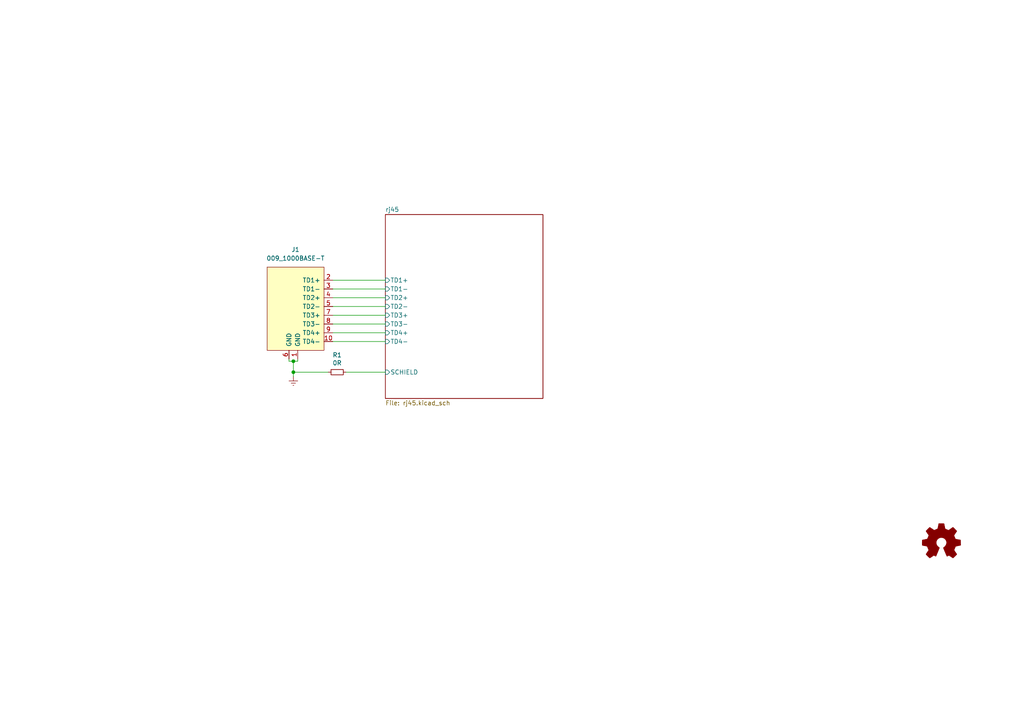
<source format=kicad_sch>
(kicad_sch (version 20211123) (generator eeschema)

  (uuid 57732dd3-1162-4c3f-88bd-31bf473d124d)

  (paper "A4")

  (lib_symbols
    (symbol "Device:R_Small" (pin_numbers hide) (pin_names (offset 0.254) hide) (in_bom yes) (on_board yes)
      (property "Reference" "R" (id 0) (at 0.762 0.508 0)
        (effects (font (size 1.27 1.27)) (justify left))
      )
      (property "Value" "R_Small" (id 1) (at 0.762 -1.016 0)
        (effects (font (size 1.27 1.27)) (justify left))
      )
      (property "Footprint" "" (id 2) (at 0 0 0)
        (effects (font (size 1.27 1.27)) hide)
      )
      (property "Datasheet" "~" (id 3) (at 0 0 0)
        (effects (font (size 1.27 1.27)) hide)
      )
      (property "ki_keywords" "R resistor" (id 4) (at 0 0 0)
        (effects (font (size 1.27 1.27)) hide)
      )
      (property "ki_description" "Resistor, small symbol" (id 5) (at 0 0 0)
        (effects (font (size 1.27 1.27)) hide)
      )
      (property "ki_fp_filters" "R_*" (id 6) (at 0 0 0)
        (effects (font (size 1.27 1.27)) hide)
      )
      (symbol "R_Small_0_1"
        (rectangle (start -0.762 1.778) (end 0.762 -1.778)
          (stroke (width 0.2032) (type default) (color 0 0 0 0))
          (fill (type none))
        )
      )
      (symbol "R_Small_1_1"
        (pin passive line (at 0 2.54 270) (length 0.762)
          (name "~" (effects (font (size 1.27 1.27))))
          (number "1" (effects (font (size 1.27 1.27))))
        )
        (pin passive line (at 0 -2.54 90) (length 0.762)
          (name "~" (effects (font (size 1.27 1.27))))
          (number "2" (effects (font (size 1.27 1.27))))
        )
      )
    )
    (symbol "Graphic:Logo_Open_Hardware_Small" (pin_names (offset 1.016)) (in_bom yes) (on_board yes)
      (property "Reference" "#LOGO" (id 0) (at 0 6.985 0)
        (effects (font (size 1.27 1.27)) hide)
      )
      (property "Value" "Logo_Open_Hardware_Small" (id 1) (at 0 -5.715 0)
        (effects (font (size 1.27 1.27)) hide)
      )
      (property "Footprint" "" (id 2) (at 0 0 0)
        (effects (font (size 1.27 1.27)) hide)
      )
      (property "Datasheet" "~" (id 3) (at 0 0 0)
        (effects (font (size 1.27 1.27)) hide)
      )
      (property "ki_keywords" "Logo" (id 4) (at 0 0 0)
        (effects (font (size 1.27 1.27)) hide)
      )
      (property "ki_description" "Open Hardware logo, small" (id 5) (at 0 0 0)
        (effects (font (size 1.27 1.27)) hide)
      )
      (symbol "Logo_Open_Hardware_Small_0_1"
        (polyline
          (pts
            (xy 3.3528 -4.3434)
            (xy 3.302 -4.318)
            (xy 3.175 -4.2418)
            (xy 2.9972 -4.1148)
            (xy 2.7686 -3.9624)
            (xy 2.54 -3.81)
            (xy 2.3622 -3.7084)
            (xy 2.2352 -3.6068)
            (xy 2.1844 -3.5814)
            (xy 2.159 -3.6068)
            (xy 2.0574 -3.6576)
            (xy 1.905 -3.7338)
            (xy 1.8034 -3.7846)
            (xy 1.6764 -3.8354)
            (xy 1.6002 -3.8354)
            (xy 1.6002 -3.8354)
            (xy 1.5494 -3.7338)
            (xy 1.4732 -3.5306)
            (xy 1.3462 -3.302)
            (xy 1.2446 -3.0226)
            (xy 1.1176 -2.7178)
            (xy 0.9652 -2.413)
            (xy 0.8636 -2.1082)
            (xy 0.7366 -1.8288)
            (xy 0.6604 -1.6256)
            (xy 0.6096 -1.4732)
            (xy 0.5842 -1.397)
            (xy 0.5842 -1.397)
            (xy 0.6604 -1.3208)
            (xy 0.7874 -1.2446)
            (xy 1.0414 -1.016)
            (xy 1.2954 -0.6858)
            (xy 1.4478 -0.3302)
            (xy 1.524 0.0762)
            (xy 1.4732 0.4572)
            (xy 1.3208 0.8128)
            (xy 1.0668 1.143)
            (xy 0.762 1.3716)
            (xy 0.4064 1.524)
            (xy 0 1.5748)
            (xy -0.381 1.5494)
            (xy -0.7366 1.397)
            (xy -1.0668 1.143)
            (xy -1.2192 0.9906)
            (xy -1.397 0.6604)
            (xy -1.524 0.3048)
            (xy -1.524 0.2286)
            (xy -1.4986 -0.1778)
            (xy -1.397 -0.5334)
            (xy -1.1938 -0.8636)
            (xy -0.9144 -1.143)
            (xy -0.8636 -1.1684)
            (xy -0.7366 -1.27)
            (xy -0.635 -1.3462)
            (xy -0.5842 -1.397)
            (xy -1.0668 -2.5908)
            (xy -1.143 -2.794)
            (xy -1.2954 -3.1242)
            (xy -1.397 -3.4036)
            (xy -1.4986 -3.6322)
            (xy -1.5748 -3.7846)
            (xy -1.6002 -3.8354)
            (xy -1.6002 -3.8354)
            (xy -1.651 -3.8354)
            (xy -1.7272 -3.81)
            (xy -1.905 -3.7338)
            (xy -2.0066 -3.683)
            (xy -2.1336 -3.6068)
            (xy -2.2098 -3.5814)
            (xy -2.2606 -3.6068)
            (xy -2.3622 -3.683)
            (xy -2.54 -3.81)
            (xy -2.7686 -3.9624)
            (xy -2.9718 -4.0894)
            (xy -3.1496 -4.2164)
            (xy -3.302 -4.318)
            (xy -3.3528 -4.3434)
            (xy -3.3782 -4.3434)
            (xy -3.429 -4.318)
            (xy -3.5306 -4.2164)
            (xy -3.7084 -4.064)
            (xy -3.937 -3.8354)
            (xy -3.9624 -3.81)
            (xy -4.1656 -3.6068)
            (xy -4.318 -3.4544)
            (xy -4.4196 -3.3274)
            (xy -4.445 -3.2766)
            (xy -4.445 -3.2766)
            (xy -4.4196 -3.2258)
            (xy -4.318 -3.0734)
            (xy -4.2164 -2.8956)
            (xy -4.064 -2.667)
            (xy -3.6576 -2.0828)
            (xy -3.8862 -1.5494)
            (xy -3.937 -1.3716)
            (xy -4.0386 -1.1684)
            (xy -4.0894 -1.0414)
            (xy -4.1148 -0.9652)
            (xy -4.191 -0.9398)
            (xy -4.318 -0.9144)
            (xy -4.5466 -0.8636)
            (xy -4.8006 -0.8128)
            (xy -5.0546 -0.7874)
            (xy -5.2578 -0.7366)
            (xy -5.4356 -0.7112)
            (xy -5.5118 -0.6858)
            (xy -5.5118 -0.6858)
            (xy -5.5372 -0.635)
            (xy -5.5372 -0.5588)
            (xy -5.5372 -0.4318)
            (xy -5.5626 -0.2286)
            (xy -5.5626 0.0762)
            (xy -5.5626 0.127)
            (xy -5.5372 0.4064)
            (xy -5.5372 0.635)
            (xy -5.5372 0.762)
            (xy -5.5372 0.8382)
            (xy -5.5372 0.8382)
            (xy -5.461 0.8382)
            (xy -5.3086 0.889)
            (xy -5.08 0.9144)
            (xy -4.826 0.9652)
            (xy -4.8006 0.9906)
            (xy -4.5466 1.0414)
            (xy -4.318 1.0668)
            (xy -4.1656 1.1176)
            (xy -4.0894 1.143)
            (xy -4.0894 1.143)
            (xy -4.0386 1.2446)
            (xy -3.9624 1.4224)
            (xy -3.8608 1.6256)
            (xy -3.7846 1.8288)
            (xy -3.7084 2.0066)
            (xy -3.6576 2.159)
            (xy -3.6322 2.2098)
            (xy -3.6322 2.2098)
            (xy -3.683 2.286)
            (xy -3.7592 2.413)
            (xy -3.8862 2.5908)
            (xy -4.064 2.8194)
            (xy -4.064 2.8448)
            (xy -4.2164 3.0734)
            (xy -4.3434 3.2512)
            (xy -4.4196 3.3782)
            (xy -4.445 3.4544)
            (xy -4.445 3.4544)
            (xy -4.3942 3.5052)
            (xy -4.2926 3.6322)
            (xy -4.1148 3.81)
            (xy -3.937 4.0132)
            (xy -3.8608 4.064)
            (xy -3.6576 4.2926)
            (xy -3.5052 4.4196)
            (xy -3.4036 4.4958)
            (xy -3.3528 4.5212)
            (xy -3.3528 4.5212)
            (xy -3.302 4.4704)
            (xy -3.1496 4.3688)
            (xy -2.9718 4.2418)
            (xy -2.7432 4.0894)
            (xy -2.7178 4.0894)
            (xy -2.4892 3.937)
            (xy -2.3114 3.81)
            (xy -2.1844 3.7084)
            (xy -2.1336 3.683)
            (xy -2.1082 3.683)
            (xy -2.032 3.7084)
            (xy -1.8542 3.7592)
            (xy -1.6764 3.8354)
            (xy -1.4732 3.937)
            (xy -1.27 4.0132)
            (xy -1.143 4.064)
            (xy -1.0668 4.1148)
            (xy -1.0668 4.1148)
            (xy -1.0414 4.191)
            (xy -1.016 4.3434)
            (xy -0.9652 4.572)
            (xy -0.9144 4.8514)
            (xy -0.889 4.9022)
            (xy -0.8382 5.1562)
            (xy -0.8128 5.3848)
            (xy -0.7874 5.5372)
            (xy -0.762 5.588)
            (xy -0.7112 5.6134)
            (xy -0.5842 5.6134)
            (xy -0.4064 5.6134)
            (xy -0.1524 5.6134)
            (xy 0.0762 5.6134)
            (xy 0.3302 5.6134)
            (xy 0.5334 5.6134)
            (xy 0.6858 5.588)
            (xy 0.7366 5.588)
            (xy 0.7366 5.588)
            (xy 0.762 5.5118)
            (xy 0.8128 5.334)
            (xy 0.8382 5.1054)
            (xy 0.9144 4.826)
            (xy 0.9144 4.7752)
            (xy 0.9652 4.5212)
            (xy 1.016 4.2926)
            (xy 1.0414 4.1402)
            (xy 1.0668 4.0894)
            (xy 1.0668 4.0894)
            (xy 1.1938 4.0386)
            (xy 1.3716 3.9624)
            (xy 1.5748 3.8608)
            (xy 2.0828 3.6576)
            (xy 2.7178 4.0894)
            (xy 2.7686 4.1402)
            (xy 2.9972 4.2926)
            (xy 3.175 4.4196)
            (xy 3.302 4.4958)
            (xy 3.3782 4.5212)
            (xy 3.3782 4.5212)
            (xy 3.429 4.4704)
            (xy 3.556 4.3434)
            (xy 3.7338 4.191)
            (xy 3.9116 3.9878)
            (xy 4.064 3.8354)
            (xy 4.2418 3.6576)
            (xy 4.3434 3.556)
            (xy 4.4196 3.4798)
            (xy 4.4196 3.429)
            (xy 4.4196 3.4036)
            (xy 4.3942 3.3274)
            (xy 4.2926 3.2004)
            (xy 4.1656 2.9972)
            (xy 4.0132 2.794)
            (xy 3.8862 2.5908)
            (xy 3.7592 2.3876)
            (xy 3.6576 2.2352)
            (xy 3.6322 2.159)
            (xy 3.6322 2.1336)
            (xy 3.683 2.0066)
            (xy 3.7592 1.8288)
            (xy 3.8608 1.6002)
            (xy 4.064 1.1176)
            (xy 4.3942 1.0414)
            (xy 4.5974 1.016)
            (xy 4.8768 0.9652)
            (xy 5.1308 0.9144)
            (xy 5.5372 0.8382)
            (xy 5.5626 -0.6604)
            (xy 5.4864 -0.6858)
            (xy 5.4356 -0.6858)
            (xy 5.2832 -0.7366)
            (xy 5.0546 -0.762)
            (xy 4.8006 -0.8128)
            (xy 4.5974 -0.8636)
            (xy 4.3688 -0.9144)
            (xy 4.2164 -0.9398)
            (xy 4.1402 -0.9398)
            (xy 4.1148 -0.9652)
            (xy 4.064 -1.0668)
            (xy 3.9878 -1.2446)
            (xy 3.9116 -1.4478)
            (xy 3.81 -1.651)
            (xy 3.7338 -1.8542)
            (xy 3.683 -2.0066)
            (xy 3.6576 -2.0828)
            (xy 3.683 -2.1336)
            (xy 3.7846 -2.2606)
            (xy 3.8862 -2.4638)
            (xy 4.0386 -2.667)
            (xy 4.191 -2.8956)
            (xy 4.318 -3.0734)
            (xy 4.3942 -3.2004)
            (xy 4.445 -3.2766)
            (xy 4.4196 -3.3274)
            (xy 4.3434 -3.429)
            (xy 4.1656 -3.5814)
            (xy 3.937 -3.8354)
            (xy 3.8862 -3.8608)
            (xy 3.683 -4.064)
            (xy 3.5306 -4.2164)
            (xy 3.4036 -4.318)
            (xy 3.3528 -4.3434)
          )
          (stroke (width 0) (type default) (color 0 0 0 0))
          (fill (type outline))
        )
      )
    )
    (symbol "power:Earth" (power) (pin_names (offset 0)) (in_bom yes) (on_board yes)
      (property "Reference" "#PWR" (id 0) (at 0 -6.35 0)
        (effects (font (size 1.27 1.27)) hide)
      )
      (property "Value" "Earth" (id 1) (at 0 -3.81 0)
        (effects (font (size 1.27 1.27)) hide)
      )
      (property "Footprint" "" (id 2) (at 0 0 0)
        (effects (font (size 1.27 1.27)) hide)
      )
      (property "Datasheet" "~" (id 3) (at 0 0 0)
        (effects (font (size 1.27 1.27)) hide)
      )
      (property "ki_keywords" "power-flag ground gnd" (id 4) (at 0 0 0)
        (effects (font (size 1.27 1.27)) hide)
      )
      (property "ki_description" "Power symbol creates a global label with name \"Earth\"" (id 5) (at 0 0 0)
        (effects (font (size 1.27 1.27)) hide)
      )
      (symbol "Earth_0_1"
        (polyline
          (pts
            (xy -0.635 -1.905)
            (xy 0.635 -1.905)
          )
          (stroke (width 0) (type default) (color 0 0 0 0))
          (fill (type none))
        )
        (polyline
          (pts
            (xy -0.127 -2.54)
            (xy 0.127 -2.54)
          )
          (stroke (width 0) (type default) (color 0 0 0 0))
          (fill (type none))
        )
        (polyline
          (pts
            (xy 0 -1.27)
            (xy 0 0)
          )
          (stroke (width 0) (type default) (color 0 0 0 0))
          (fill (type none))
        )
        (polyline
          (pts
            (xy 1.27 -1.27)
            (xy -1.27 -1.27)
          )
          (stroke (width 0) (type default) (color 0 0 0 0))
          (fill (type none))
        )
      )
      (symbol "Earth_1_1"
        (pin power_in line (at 0 0 270) (length 0) hide
          (name "Earth" (effects (font (size 1.27 1.27))))
          (number "1" (effects (font (size 1.27 1.27))))
        )
      )
    )
    (symbol "put_on_edge:009_1000BASE-T" (pin_names (offset 1.016)) (in_bom yes) (on_board yes)
      (property "Reference" "J" (id 0) (at -2.54 13.97 0)
        (effects (font (size 1.27 1.27)))
      )
      (property "Value" "009_1000BASE-T" (id 1) (at 8.89 13.97 0)
        (effects (font (size 1.27 1.27)))
      )
      (property "Footprint" "" (id 2) (at 7.62 16.51 0)
        (effects (font (size 1.27 1.27)) hide)
      )
      (property "Datasheet" "" (id 3) (at 7.62 16.51 0)
        (effects (font (size 1.27 1.27)) hide)
      )
      (symbol "009_1000BASE-T_0_1"
        (rectangle (start -8.89 12.7) (end 7.62 -11.43)
          (stroke (width 0) (type default) (color 0 0 0 0))
          (fill (type background))
        )
      )
      (symbol "009_1000BASE-T_1_1"
        (pin power_in line (at -1.27 -13.97 90) (length 2.54)
          (name "GND" (effects (font (size 1.27 1.27))))
          (number "1" (effects (font (size 1.27 1.27))))
        )
        (pin bidirectional line (at -11.43 -8.89 0) (length 2.54)
          (name "TD4-" (effects (font (size 1.27 1.27))))
          (number "10" (effects (font (size 1.27 1.27))))
        )
        (pin bidirectional line (at -11.43 8.89 0) (length 2.54)
          (name "TD1+" (effects (font (size 1.27 1.27))))
          (number "2" (effects (font (size 1.27 1.27))))
        )
        (pin bidirectional line (at -11.43 6.35 0) (length 2.54)
          (name "TD1-" (effects (font (size 1.27 1.27))))
          (number "3" (effects (font (size 1.27 1.27))))
        )
        (pin bidirectional line (at -11.43 3.81 0) (length 2.54)
          (name "TD2+" (effects (font (size 1.27 1.27))))
          (number "4" (effects (font (size 1.27 1.27))))
        )
        (pin bidirectional line (at -11.43 1.27 0) (length 2.54)
          (name "TD2-" (effects (font (size 1.27 1.27))))
          (number "5" (effects (font (size 1.27 1.27))))
        )
        (pin power_in line (at 1.27 -13.97 90) (length 2.54)
          (name "GND" (effects (font (size 1.27 1.27))))
          (number "6" (effects (font (size 1.27 1.27))))
        )
        (pin bidirectional line (at -11.43 -1.27 0) (length 2.54)
          (name "TD3+" (effects (font (size 1.27 1.27))))
          (number "7" (effects (font (size 1.27 1.27))))
        )
        (pin bidirectional line (at -11.43 -3.81 0) (length 2.54)
          (name "TD3-" (effects (font (size 1.27 1.27))))
          (number "8" (effects (font (size 1.27 1.27))))
        )
        (pin bidirectional line (at -11.43 -6.35 0) (length 2.54)
          (name "TD4+" (effects (font (size 1.27 1.27))))
          (number "9" (effects (font (size 1.27 1.27))))
        )
      )
    )
  )

  (junction (at 85.09 104.775) (diameter 0) (color 0 0 0 0)
    (uuid 64f781ff-1d75-4b2f-83d6-499ceaf913f3)
  )
  (junction (at 85.09 107.95) (diameter 0) (color 0 0 0 0)
    (uuid eb0baf1b-a42b-4de9-bf57-dd54103a5b16)
  )

  (wire (pts (xy 96.52 83.82) (xy 111.76 83.82))
    (stroke (width 0) (type default) (color 0 0 0 0))
    (uuid 03f4eb14-2721-43fa-b47d-83c10e61f896)
  )
  (wire (pts (xy 85.09 104.775) (xy 86.36 104.775))
    (stroke (width 0) (type default) (color 0 0 0 0))
    (uuid 0922dc6b-b47b-4d6e-a09d-96bc14af1764)
  )
  (wire (pts (xy 96.52 93.98) (xy 111.76 93.98))
    (stroke (width 0) (type default) (color 0 0 0 0))
    (uuid 0f38b476-f1b9-438c-ab0b-eac5f83a7c52)
  )
  (wire (pts (xy 83.82 104.14) (xy 83.82 104.775))
    (stroke (width 0) (type default) (color 0 0 0 0))
    (uuid 105c0ca5-8dea-47a9-9509-aabeb3ac860e)
  )
  (wire (pts (xy 100.33 107.95) (xy 111.76 107.95))
    (stroke (width 0) (type default) (color 0 0 0 0))
    (uuid 13ac2d6e-719c-46e4-ac16-16218ea17697)
  )
  (wire (pts (xy 86.36 104.775) (xy 86.36 104.14))
    (stroke (width 0) (type default) (color 0 0 0 0))
    (uuid 175c010f-220c-4ad7-aea5-6cfea8060bc1)
  )
  (wire (pts (xy 96.52 99.06) (xy 111.76 99.06))
    (stroke (width 0) (type default) (color 0 0 0 0))
    (uuid 49e0b388-073d-456b-9655-9754de1907d7)
  )
  (wire (pts (xy 96.52 86.36) (xy 111.76 86.36))
    (stroke (width 0) (type default) (color 0 0 0 0))
    (uuid 4b29602c-0d26-475d-807f-2492e0181a6b)
  )
  (wire (pts (xy 83.82 104.775) (xy 85.09 104.775))
    (stroke (width 0) (type default) (color 0 0 0 0))
    (uuid 61544e03-6e5b-448f-b907-7648cb7dd4bc)
  )
  (wire (pts (xy 96.52 91.44) (xy 111.76 91.44))
    (stroke (width 0) (type default) (color 0 0 0 0))
    (uuid 7e24d796-1c5b-46a1-b8f7-bd76d1281229)
  )
  (wire (pts (xy 85.09 109.22) (xy 85.09 107.95))
    (stroke (width 0) (type default) (color 0 0 0 0))
    (uuid 9ee18d24-1244-433e-9c1f-8f1468ba2567)
  )
  (wire (pts (xy 96.52 96.52) (xy 111.76 96.52))
    (stroke (width 0) (type default) (color 0 0 0 0))
    (uuid bafa2141-40ab-419f-968d-8b0089c96cef)
  )
  (wire (pts (xy 85.09 107.95) (xy 95.25 107.95))
    (stroke (width 0) (type default) (color 0 0 0 0))
    (uuid dba8ceca-7560-4040-9102-0ed8806958ae)
  )
  (wire (pts (xy 96.52 88.9) (xy 111.76 88.9))
    (stroke (width 0) (type default) (color 0 0 0 0))
    (uuid f205c139-5921-4045-af47-e2cf372bf7b7)
  )
  (wire (pts (xy 96.52 81.28) (xy 111.76 81.28))
    (stroke (width 0) (type default) (color 0 0 0 0))
    (uuid f3859013-cbef-4942-982c-796f4ae2b7f7)
  )
  (wire (pts (xy 85.09 107.95) (xy 85.09 104.775))
    (stroke (width 0) (type default) (color 0 0 0 0))
    (uuid f7428ff2-c6e5-4d03-9458-ec34698b79af)
  )

  (symbol (lib_id "put_on_edge:009_1000BASE-T") (at 85.09 90.17 0) (mirror y) (unit 1)
    (in_bom yes) (on_board yes) (fields_autoplaced)
    (uuid 32a88e68-75fd-45a8-8ae7-e79098a66cab)
    (property "Reference" "J1" (id 0) (at 85.725 72.39 0))
    (property "Value" "009_1000BASE-T" (id 1) (at 85.725 74.93 0))
    (property "Footprint" "on_edge:on_edge_2x05_device" (id 2) (at 77.47 73.66 0)
      (effects (font (size 1.27 1.27)) hide)
    )
    (property "Datasheet" "" (id 3) (at 77.47 73.66 0)
      (effects (font (size 1.27 1.27)) hide)
    )
    (pin "1" (uuid d03d3922-1346-44df-a68c-4e6461c63834))
    (pin "10" (uuid b29e9813-3845-4cdc-ad66-cd8428db9d05))
    (pin "2" (uuid 816e9737-93b4-40a1-94e9-648191ffd73c))
    (pin "3" (uuid 31814fe7-39b0-45f9-9c70-23e9f7d800e2))
    (pin "4" (uuid daecfa4c-b5cc-49e4-b187-461f29367494))
    (pin "5" (uuid 1912354d-d971-4cac-a957-edf119d8162d))
    (pin "6" (uuid e966ff05-9683-4497-ab1d-f44b6212c7b7))
    (pin "7" (uuid e52136ed-e340-4c33-a562-964746f6a1dd))
    (pin "8" (uuid 91051f75-43a4-4bb8-bc75-f8215f8f17d7))
    (pin "9" (uuid 28f85342-a736-463d-a618-38f031314881))
  )

  (symbol (lib_id "Device:R_Small") (at 97.79 107.95 270) (unit 1)
    (in_bom yes) (on_board yes)
    (uuid 45d557d0-55c0-4c2d-b60b-202523ab9de1)
    (property "Reference" "R1" (id 0) (at 97.79 102.9716 90))
    (property "Value" "0R" (id 1) (at 97.79 105.283 90))
    (property "Footprint" "Resistor_SMD:R_0603_1608Metric" (id 2) (at 97.79 107.95 0)
      (effects (font (size 1.27 1.27)) hide)
    )
    (property "Datasheet" "~" (id 3) (at 97.79 107.95 0)
      (effects (font (size 1.27 1.27)) hide)
    )
    (pin "1" (uuid 2a4ff646-f25c-49e1-829a-b374c0db8652))
    (pin "2" (uuid 3c02b517-d614-406d-b40d-1c3f0f964813))
  )

  (symbol (lib_id "power:Earth") (at 85.09 109.22 0) (unit 1)
    (in_bom yes) (on_board yes)
    (uuid 75462683-7040-4b5b-8fc2-30b8f3d83ab4)
    (property "Reference" "#PWR0101" (id 0) (at 85.09 115.57 0)
      (effects (font (size 1.27 1.27)) hide)
    )
    (property "Value" "Earth" (id 1) (at 85.09 113.03 0)
      (effects (font (size 1.27 1.27)) hide)
    )
    (property "Footprint" "" (id 2) (at 85.09 109.22 0)
      (effects (font (size 1.27 1.27)) hide)
    )
    (property "Datasheet" "~" (id 3) (at 85.09 109.22 0)
      (effects (font (size 1.27 1.27)) hide)
    )
    (pin "1" (uuid 0c8d231b-9b21-4926-b4b8-2652c8e8e5c8))
  )

  (symbol (lib_id "Graphic:Logo_Open_Hardware_Small") (at 273.05 157.48 0) (unit 1)
    (in_bom yes) (on_board yes) (fields_autoplaced)
    (uuid b72b6f4a-7489-40f2-bb90-d75ae01aa368)
    (property "Reference" "LOGO1" (id 0) (at 273.05 150.495 0)
      (effects (font (size 1.27 1.27)) hide)
    )
    (property "Value" "Logo_Open_Hardware_Small" (id 1) (at 273.05 163.195 0)
      (effects (font (size 1.27 1.27)) hide)
    )
    (property "Footprint" "Symbol:OSHW-Symbol_6.7x6mm_SilkScreen" (id 2) (at 273.05 157.48 0)
      (effects (font (size 1.27 1.27)) hide)
    )
    (property "Datasheet" "~" (id 3) (at 273.05 157.48 0)
      (effects (font (size 1.27 1.27)) hide)
    )
  )

  (sheet (at 111.76 62.23) (size 45.72 53.34) (fields_autoplaced)
    (stroke (width 0.1524) (type solid) (color 0 0 0 0))
    (fill (color 0 0 0 0.0000))
    (uuid 2366e56d-f0ca-498c-aaf9-0ba2aaf17538)
    (property "Sheet name" "rj45" (id 0) (at 111.76 61.5184 0)
      (effects (font (size 1.27 1.27)) (justify left bottom))
    )
    (property "Sheet file" "rj45.kicad_sch" (id 1) (at 111.76 116.1546 0)
      (effects (font (size 1.27 1.27)) (justify left top))
    )
    (pin "TD4-" input (at 111.76 99.06 180)
      (effects (font (size 1.27 1.27)) (justify left))
      (uuid e4011e0f-1411-44a3-8c15-304a57cb7894)
    )
    (pin "TD4+" input (at 111.76 96.52 180)
      (effects (font (size 1.27 1.27)) (justify left))
      (uuid 13fd2196-7afe-45d2-bb33-d45ef0deb4a1)
    )
    (pin "TD1+" input (at 111.76 81.28 180)
      (effects (font (size 1.27 1.27)) (justify left))
      (uuid 42f99499-6574-4f95-b455-0b27667c589f)
    )
    (pin "TD2+" input (at 111.76 86.36 180)
      (effects (font (size 1.27 1.27)) (justify left))
      (uuid 8f1afdba-3960-4120-89a0-85eb9c281d66)
    )
    (pin "TD3-" input (at 111.76 93.98 180)
      (effects (font (size 1.27 1.27)) (justify left))
      (uuid 398410ab-aef5-4908-a691-ce8eea0560ef)
    )
    (pin "SCHIELD" input (at 111.76 107.95 180)
      (effects (font (size 1.27 1.27)) (justify left))
      (uuid dd96958b-d5fc-4fd4-8df5-a89b34176136)
    )
    (pin "TD3+" input (at 111.76 91.44 180)
      (effects (font (size 1.27 1.27)) (justify left))
      (uuid b2617bfb-dbb9-45e6-a481-cb0a08aef42e)
    )
    (pin "TD2-" input (at 111.76 88.9 180)
      (effects (font (size 1.27 1.27)) (justify left))
      (uuid d741b4c1-f076-48c5-a7a0-3270c0cf4fe4)
    )
    (pin "TD1-" input (at 111.76 83.82 180)
      (effects (font (size 1.27 1.27)) (justify left))
      (uuid 717bb464-e2de-4589-8484-22319ac71125)
    )
  )

  (sheet_instances
    (path "/" (page "1"))
    (path "/2366e56d-f0ca-498c-aaf9-0ba2aaf17538" (page "2"))
  )

  (symbol_instances
    (path "/75462683-7040-4b5b-8fc2-30b8f3d83ab4"
      (reference "#PWR0101") (unit 1) (value "Earth") (footprint "")
    )
    (path "/32a88e68-75fd-45a8-8ae7-e79098a66cab"
      (reference "J1") (unit 1) (value "009_1000BASE-T") (footprint "on_edge:on_edge_2x05_device")
    )
    (path "/2366e56d-f0ca-498c-aaf9-0ba2aaf17538/8ace62d9-8060-4514-b211-5041041f8626"
      (reference "J2") (unit 1) (value "615008145521") (footprint "b010:RJ45_Wuerth_615008145521_Horizontal")
    )
    (path "/b72b6f4a-7489-40f2-bb90-d75ae01aa368"
      (reference "LOGO1") (unit 1) (value "Logo_Open_Hardware_Small") (footprint "Symbol:OSHW-Symbol_6.7x6mm_SilkScreen")
    )
    (path "/45d557d0-55c0-4c2d-b60b-202523ab9de1"
      (reference "R1") (unit 1) (value "0R") (footprint "Resistor_SMD:R_0603_1608Metric")
    )
  )
)

</source>
